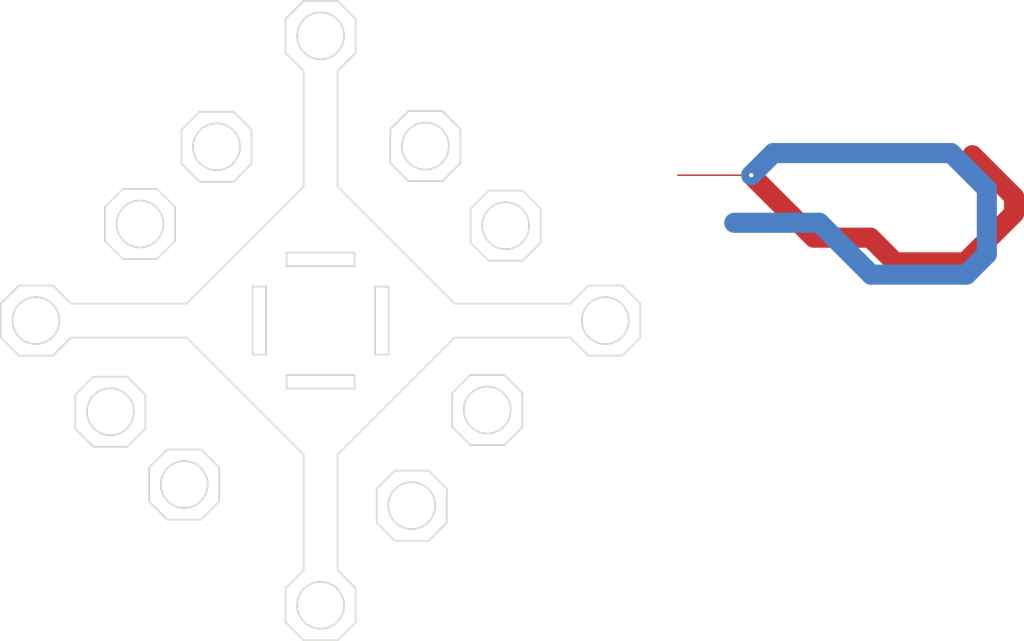
<source format=kicad_pcb>
(kicad_pcb (version 20171130) (host pcbnew "(5.1.6)-1")

  (general
    (thickness 1.6002)
    (drawings 146)
    (tracks 17)
    (zones 0)
    (modules 0)
    (nets 1)
  )

  (page A4)
  (title_block
    (title "KEMER KONTROL")
    (date "22 mar 2019")
    (company "KOLTEST LTD.")
  )

  (layers
    (0 Top signal)
    (1 Inner1 signal)
    (2 Inner2 signal)
    (31 Bottom signal)
    (32 B.Adhes user)
    (33 F.Adhes user)
    (34 B.Paste user)
    (35 F.Paste user)
    (36 B.SilkS user)
    (37 F.SilkS user)
    (38 B.Mask user)
    (39 F.Mask user)
    (40 Dwgs.User user)
    (41 Cmts.User user)
    (42 Eco1.User user)
    (43 Eco2.User user)
    (44 Edge.Cuts user)
    (45 Margin user)
    (46 B.CrtYd user)
    (47 F.CrtYd user)
  )

  (setup
    (last_trace_width 0.2032)
    (user_trace_width 0.254)
    (user_trace_width 0.39878)
    (user_trace_width 0.50038)
    (user_trace_width 0.59944)
    (user_trace_width 0.7)
    (user_trace_width 0.8)
    (user_trace_width 0.9)
    (user_trace_width 1)
    (user_trace_width 1.3)
    (user_trace_width 1.5)
    (user_trace_width 1.8)
    (user_trace_width 2)
    (user_trace_width 2.5)
    (user_trace_width 3)
    (trace_clearance 0.19)
    (zone_clearance 0.6)
    (zone_45_only yes)
    (trace_min 0.2032)
    (via_size 0.889)
    (via_drill 0.635)
    (via_min_size 0.5)
    (via_min_drill 0.25)
    (user_via 0.6 0.3)
    (user_via 0.8 0.4)
    (user_via 1.00076 0.50038)
    (user_via 1.00076 0.59944)
    (user_via 1.1 0.59944)
    (user_via 1.19888 0.59944)
    (user_via 1.3 0.59944)
    (user_via 1.5 0.7)
    (user_via 1.8 1)
    (user_via 2 1)
    (user_via 2.4 1.2)
    (uvia_size 0.508)
    (uvia_drill 0.127)
    (uvias_allowed no)
    (uvia_min_size 0.508)
    (uvia_min_drill 0.127)
    (edge_width 0.254)
    (segment_width 0.254)
    (pcb_text_width 0.3048)
    (pcb_text_size 1.524 2.032)
    (mod_edge_width 0.254)
    (mod_text_size 1 1)
    (mod_text_width 0.19)
    (pad_size 3.6576 2.032)
    (pad_drill 0)
    (pad_to_mask_clearance 0.254)
    (aux_axis_origin 95.4659 60.4393)
    (grid_origin 195.7959 84.9503)
    (visible_elements 7FFDFF7F)
    (pcbplotparams
      (layerselection 0x01000_7ffffff8)
      (usegerberextensions true)
      (usegerberattributes false)
      (usegerberadvancedattributes false)
      (creategerberjobfile false)
      (excludeedgelayer true)
      (linewidth 0.150000)
      (plotframeref false)
      (viasonmask false)
      (mode 1)
      (useauxorigin true)
      (hpglpennumber 1)
      (hpglpenspeed 20)
      (hpglpendiameter 15.000000)
      (psnegative false)
      (psa4output false)
      (plotreference true)
      (plotvalue false)
      (plotinvisibletext false)
      (padsonsilk false)
      (subtractmaskfromsilk false)
      (outputformat 1)
      (mirror false)
      (drillshape 0)
      (scaleselection 1)
      (outputdirectory "Quad_GRB/"))
  )

  (net 0 "")

  (net_class Default "This is the default net class."
    (clearance 0.19)
    (trace_width 0.2032)
    (via_dia 0.889)
    (via_drill 0.635)
    (uvia_dia 0.508)
    (uvia_drill 0.127)
    (diff_pair_width 0.21)
    (diff_pair_gap 0.25)
  )

  (gr_line (start 190.5635 39.890702) (end 190.5635 44.970699) (layer Edge.Cuts) (width 0.254) (tstamp 5EC678BE))
  (gr_line (start 195.7959 37.8587) (end 195.7959 51.0159) (layer Dwgs.User) (width 0.15) (tstamp 5EC678BD))
  (gr_line (start 193.255901 37.198301) (end 190.5635 39.890702) (layer Edge.Cuts) (width 0.254) (tstamp 5EC678BC))
  (gr_line (start 201.028299 39.890701) (end 198.335898 37.1983) (layer Edge.Cuts) (width 0.254) (tstamp 5EC678BB))
  (gr_line (start 201.5871 42.4307) (end 189.4967 42.4307) (layer Dwgs.User) (width 0.15) (tstamp 5EC678BA))
  (gr_line (start 198.335899 47.663099) (end 201.0283 44.970698) (layer Edge.Cuts) (width 0.254) (tstamp 5EC678B9))
  (gr_circle (center 195.7959 42.4307) (end 199.3011 42.4307) (layer Edge.Cuts) (width 0.254) (tstamp 5EC678B8))
  (gr_line (start 198.335898 37.1983) (end 193.255901 37.1983) (layer Edge.Cuts) (width 0.254) (tstamp 5EC678B7))
  (gr_line (start 201.028299 39.890701) (end 201.028299 44.970698) (layer Edge.Cuts) (width 0.254) (tstamp 5EC678B6))
  (gr_line (start 190.563501 44.970699) (end 193.255902 47.6631) (layer Edge.Cuts) (width 0.254) (tstamp 5EC678B5))
  (gr_line (start 193.2559 42.4307) (end 193.2559 74.2315) (layer Dwgs.User) (width 0.15) (tstamp 5EC678B4))
  (gr_line (start 240.855498 79.7179) (end 235.775501 79.7179) (layer Edge.Cuts) (width 0.254) (tstamp 5EC678BE))
  (gr_line (start 242.8875 84.9503) (end 229.7303 84.9503) (layer Dwgs.User) (width 0.15) (tstamp 5EC678BD))
  (gr_line (start 243.547899 82.410301) (end 240.855498 79.7179) (layer Edge.Cuts) (width 0.254) (tstamp 5EC678BC))
  (gr_line (start 240.855499 90.182699) (end 243.5479 87.490298) (layer Edge.Cuts) (width 0.254) (tstamp 5EC678BB))
  (gr_line (start 238.3155 90.7415) (end 238.3155 78.6511) (layer Dwgs.User) (width 0.15) (tstamp 5EC678BA))
  (gr_line (start 233.083101 87.490299) (end 235.775502 90.1827) (layer Edge.Cuts) (width 0.254) (tstamp 5EC678B9))
  (gr_circle (center 238.3155 84.9503) (end 238.3155 88.4555) (layer Edge.Cuts) (width 0.254) (tstamp 5EC678B8))
  (gr_line (start 243.5479 87.490298) (end 243.5479 82.410301) (layer Edge.Cuts) (width 0.254) (tstamp 5EC678B7))
  (gr_line (start 240.855499 90.182699) (end 235.775502 90.182699) (layer Edge.Cuts) (width 0.254) (tstamp 5EC678B6))
  (gr_line (start 235.775501 79.717901) (end 233.0831 82.410302) (layer Edge.Cuts) (width 0.254) (tstamp 5EC678B5))
  (gr_line (start 238.3155 82.4103) (end 206.5147 82.4103) (layer Dwgs.User) (width 0.15) (tstamp 5EC678B4))
  (gr_line (start 201.0283 130.009898) (end 201.0283 124.929901) (layer Edge.Cuts) (width 0.254) (tstamp 5EC678BE))
  (gr_line (start 195.7959 132.0419) (end 195.7959 118.8847) (layer Dwgs.User) (width 0.15) (tstamp 5EC678BD))
  (gr_line (start 198.335899 132.702299) (end 201.0283 130.009898) (layer Edge.Cuts) (width 0.254) (tstamp 5EC678BC))
  (gr_line (start 190.563501 130.009899) (end 193.255902 132.7023) (layer Edge.Cuts) (width 0.254) (tstamp 5EC678BB))
  (gr_line (start 190.0047 127.4699) (end 202.0951 127.4699) (layer Dwgs.User) (width 0.15) (tstamp 5EC678BA))
  (gr_line (start 193.255901 122.237501) (end 190.5635 124.929902) (layer Edge.Cuts) (width 0.254) (tstamp 5EC678B9))
  (gr_circle (center 195.7959 127.4699) (end 192.2907 127.4699) (layer Edge.Cuts) (width 0.254) (tstamp 5EC678B8))
  (gr_line (start 193.255902 132.7023) (end 198.335899 132.7023) (layer Edge.Cuts) (width 0.254) (tstamp 5EC678B7))
  (gr_line (start 190.563501 130.009899) (end 190.563501 124.929902) (layer Edge.Cuts) (width 0.254) (tstamp 5EC678B6))
  (gr_line (start 201.028299 124.929901) (end 198.335898 122.2375) (layer Edge.Cuts) (width 0.254) (tstamp 5EC678B5))
  (gr_line (start 198.3359 127.4699) (end 198.3359 95.6691) (layer Dwgs.User) (width 0.15) (tstamp 5EC678B4))
  (gr_line (start 177.711102 64.2239) (end 182.791099 64.2239) (layer Edge.Cuts) (width 0.254) (tstamp 5EC67844))
  (gr_line (start 182.791099 64.223899) (end 185.4835 61.531498) (layer Edge.Cuts) (width 0.254) (tstamp 5EC67843))
  (gr_line (start 175.0187 56.451502) (end 175.0187 61.531499) (layer Edge.Cuts) (width 0.254) (tstamp 5EC67842))
  (gr_line (start 185.4835 61.531498) (end 185.4835 56.451501) (layer Edge.Cuts) (width 0.254) (tstamp 5EC67841))
  (gr_line (start 185.483499 56.451501) (end 182.791098 53.7591) (layer Edge.Cuts) (width 0.254) (tstamp 5EC67840))
  (gr_line (start 175.018701 61.531499) (end 177.711102 64.2239) (layer Edge.Cuts) (width 0.254) (tstamp 5EC6783F))
  (gr_line (start 177.711101 53.759101) (end 175.0187 56.451502) (layer Edge.Cuts) (width 0.254) (tstamp 5EC6783E))
  (gr_line (start 177.711101 53.759101) (end 182.791098 53.759101) (layer Edge.Cuts) (width 0.254) (tstamp 5EC6783D))
  (gr_circle (center 180.2511 58.9915) (end 180.2511 55.4863) (layer Edge.Cuts) (width 0.254) (tstamp 5EC6783C))
  (gr_line (start 166.281102 75.7555) (end 171.361099 75.7555) (layer Edge.Cuts) (width 0.254) (tstamp 5EC67844))
  (gr_line (start 171.361099 75.755499) (end 174.0535 73.063098) (layer Edge.Cuts) (width 0.254) (tstamp 5EC67843))
  (gr_line (start 163.5887 67.983102) (end 163.5887 73.063099) (layer Edge.Cuts) (width 0.254) (tstamp 5EC67842))
  (gr_line (start 174.0535 73.063098) (end 174.0535 67.983101) (layer Edge.Cuts) (width 0.254) (tstamp 5EC67841))
  (gr_line (start 174.053499 67.983101) (end 171.361098 65.2907) (layer Edge.Cuts) (width 0.254) (tstamp 5EC67840))
  (gr_line (start 163.588701 73.063099) (end 166.281102 75.7555) (layer Edge.Cuts) (width 0.254) (tstamp 5EC6783F))
  (gr_line (start 166.281101 65.290701) (end 163.5887 67.983102) (layer Edge.Cuts) (width 0.254) (tstamp 5EC6783E))
  (gr_line (start 166.281101 65.290701) (end 171.361098 65.290701) (layer Edge.Cuts) (width 0.254) (tstamp 5EC6783D))
  (gr_circle (center 168.8211 70.5231) (end 168.8211 67.0179) (layer Edge.Cuts) (width 0.254) (tstamp 5EC6783C))
  (gr_line (start 208.902302 64.1223) (end 213.982299 64.1223) (layer Edge.Cuts) (width 0.254) (tstamp 5EC67844))
  (gr_line (start 213.982299 64.122299) (end 216.6747 61.429898) (layer Edge.Cuts) (width 0.254) (tstamp 5EC67843))
  (gr_line (start 206.2099 56.349902) (end 206.2099 61.429899) (layer Edge.Cuts) (width 0.254) (tstamp 5EC67842))
  (gr_line (start 216.6747 61.429898) (end 216.6747 56.349901) (layer Edge.Cuts) (width 0.254) (tstamp 5EC67841))
  (gr_line (start 216.674699 56.349901) (end 213.982298 53.6575) (layer Edge.Cuts) (width 0.254) (tstamp 5EC67840))
  (gr_line (start 206.209901 61.429899) (end 208.902302 64.1223) (layer Edge.Cuts) (width 0.254) (tstamp 5EC6783F))
  (gr_line (start 208.902301 53.657501) (end 206.2099 56.349902) (layer Edge.Cuts) (width 0.254) (tstamp 5EC6783E))
  (gr_line (start 208.902301 53.657501) (end 213.982298 53.657501) (layer Edge.Cuts) (width 0.254) (tstamp 5EC6783D))
  (gr_circle (center 211.4423 58.8899) (end 211.4423 55.3847) (layer Edge.Cuts) (width 0.254) (tstamp 5EC6783C))
  (gr_line (start 220.891102 76.0095) (end 225.971099 76.0095) (layer Edge.Cuts) (width 0.254) (tstamp 5EC67844))
  (gr_line (start 225.971099 76.009499) (end 228.6635 73.317098) (layer Edge.Cuts) (width 0.254) (tstamp 5EC67843))
  (gr_line (start 218.1987 68.237102) (end 218.1987 73.317099) (layer Edge.Cuts) (width 0.254) (tstamp 5EC67842))
  (gr_line (start 228.6635 73.317098) (end 228.6635 68.237101) (layer Edge.Cuts) (width 0.254) (tstamp 5EC67841))
  (gr_line (start 228.663499 68.237101) (end 225.971098 65.5447) (layer Edge.Cuts) (width 0.254) (tstamp 5EC67840))
  (gr_line (start 218.198701 73.317099) (end 220.891102 76.0095) (layer Edge.Cuts) (width 0.254) (tstamp 5EC6783F))
  (gr_line (start 220.891101 65.544701) (end 218.1987 68.237102) (layer Edge.Cuts) (width 0.254) (tstamp 5EC6783E))
  (gr_line (start 220.891101 65.544701) (end 225.971098 65.544701) (layer Edge.Cuts) (width 0.254) (tstamp 5EC6783D))
  (gr_circle (center 223.4311 70.7771) (end 223.4311 67.2719) (layer Edge.Cuts) (width 0.254) (tstamp 5EC6783C))
  (gr_line (start 218.147902 103.5431) (end 223.227899 103.5431) (layer Edge.Cuts) (width 0.254) (tstamp 5EC67844))
  (gr_line (start 223.227899 103.543099) (end 225.9203 100.850698) (layer Edge.Cuts) (width 0.254) (tstamp 5EC67843))
  (gr_line (start 215.4555 95.770702) (end 215.4555 100.850699) (layer Edge.Cuts) (width 0.254) (tstamp 5EC67842))
  (gr_line (start 225.9203 100.850698) (end 225.9203 95.770701) (layer Edge.Cuts) (width 0.254) (tstamp 5EC67841))
  (gr_line (start 225.920299 95.770701) (end 223.227898 93.0783) (layer Edge.Cuts) (width 0.254) (tstamp 5EC67840))
  (gr_line (start 215.455501 100.850699) (end 218.147902 103.5431) (layer Edge.Cuts) (width 0.254) (tstamp 5EC6783F))
  (gr_line (start 218.147901 93.078301) (end 215.4555 95.770702) (layer Edge.Cuts) (width 0.254) (tstamp 5EC6783E))
  (gr_line (start 218.147901 93.078301) (end 223.227898 93.078301) (layer Edge.Cuts) (width 0.254) (tstamp 5EC6783D))
  (gr_circle (center 220.6879 98.3107) (end 220.6879 94.8055) (layer Edge.Cuts) (width 0.254) (tstamp 5EC6783C))
  (gr_line (start 206.870302 117.8179) (end 211.950299 117.8179) (layer Edge.Cuts) (width 0.254) (tstamp 5EC67844))
  (gr_line (start 211.950299 117.817899) (end 214.6427 115.125498) (layer Edge.Cuts) (width 0.254) (tstamp 5EC67843))
  (gr_line (start 204.1779 110.045502) (end 204.1779 115.125499) (layer Edge.Cuts) (width 0.254) (tstamp 5EC67842))
  (gr_line (start 214.6427 115.125498) (end 214.6427 110.045501) (layer Edge.Cuts) (width 0.254) (tstamp 5EC67841))
  (gr_line (start 214.642699 110.045501) (end 211.950298 107.3531) (layer Edge.Cuts) (width 0.254) (tstamp 5EC67840))
  (gr_line (start 204.177901 115.125499) (end 206.870302 117.8179) (layer Edge.Cuts) (width 0.254) (tstamp 5EC6783F))
  (gr_line (start 206.870301 107.353101) (end 204.1779 110.045502) (layer Edge.Cuts) (width 0.254) (tstamp 5EC6783E))
  (gr_line (start 206.870301 107.353101) (end 211.950298 107.353101) (layer Edge.Cuts) (width 0.254) (tstamp 5EC6783D))
  (gr_circle (center 209.4103 112.5855) (end 209.4103 109.0803) (layer Edge.Cuts) (width 0.254) (tstamp 5EC6783C))
  (gr_line (start 172.885102 114.6683) (end 177.965099 114.6683) (layer Edge.Cuts) (width 0.254) (tstamp 5EC67844))
  (gr_line (start 177.965099 114.668299) (end 180.6575 111.975898) (layer Edge.Cuts) (width 0.254) (tstamp 5EC67843))
  (gr_line (start 170.1927 106.895902) (end 170.1927 111.975899) (layer Edge.Cuts) (width 0.254) (tstamp 5EC67842))
  (gr_line (start 180.6575 111.975898) (end 180.6575 106.895901) (layer Edge.Cuts) (width 0.254) (tstamp 5EC67841))
  (gr_line (start 180.657499 106.895901) (end 177.965098 104.2035) (layer Edge.Cuts) (width 0.254) (tstamp 5EC67840))
  (gr_line (start 170.192701 111.975899) (end 172.885102 114.6683) (layer Edge.Cuts) (width 0.254) (tstamp 5EC6783F))
  (gr_line (start 172.885101 104.203501) (end 170.1927 106.895902) (layer Edge.Cuts) (width 0.254) (tstamp 5EC6783E))
  (gr_line (start 172.885101 104.203501) (end 177.965098 104.203501) (layer Edge.Cuts) (width 0.254) (tstamp 5EC6783D))
  (gr_circle (center 175.4251 109.4359) (end 175.4251 105.9307) (layer Edge.Cuts) (width 0.254) (tstamp 5EC6783C))
  (gr_line (start 161.861502 103.7971) (end 166.941499 103.7971) (layer Edge.Cuts) (width 0.254) (tstamp 5EC6781A))
  (gr_line (start 169.6339 101.104698) (end 169.6339 96.024701) (layer Edge.Cuts) (width 0.254) (tstamp 5EC67819))
  (gr_line (start 159.169101 101.104699) (end 161.861502 103.7971) (layer Edge.Cuts) (width 0.254) (tstamp 5EC67817))
  (gr_line (start 161.861501 93.332301) (end 159.1691 96.024702) (layer Edge.Cuts) (width 0.254) (tstamp 5EC67816))
  (gr_line (start 169.633899 96.024701) (end 166.941498 93.3323) (layer Edge.Cuts) (width 0.254) (tstamp 5EC67814))
  (gr_circle (center 164.4015 98.5647) (end 164.4015 95.0595) (layer Edge.Cuts) (width 0.254) (tstamp 5EC67813))
  (gr_line (start 159.1691 96.024702) (end 159.1691 101.104699) (layer Edge.Cuts) (width 0.254) (tstamp 5EC67812))
  (gr_line (start 161.861501 93.332301) (end 166.941498 93.332301) (layer Edge.Cuts) (width 0.254) (tstamp 5EC67811))
  (gr_line (start 166.941499 103.797099) (end 169.6339 101.104698) (layer Edge.Cuts) (width 0.254) (tstamp 5EC67810))
  (gr_line (start 150.736302 90.1827) (end 155.816299 90.1827) (layer Edge.Cuts) (width 0.254) (tstamp 5EC677EF))
  (gr_line (start 148.0439 82.410302) (end 148.0439 87.490299) (layer Edge.Cuts) (width 0.254) (tstamp 5EC677E8))
  (gr_line (start 150.736301 79.717901) (end 155.816298 79.717901) (layer Edge.Cuts) (width 0.254) (tstamp 5EC677E0))
  (gr_line (start 155.816299 90.182699) (end 158.5087 87.490298) (layer Edge.Cuts) (width 0.254) (tstamp 5EC677CF))
  (gr_line (start 148.043901 87.490299) (end 150.736302 90.1827) (layer Edge.Cuts) (width 0.254) (tstamp 5EC677CF))
  (gr_line (start 150.736301 79.717901) (end 148.0439 82.410302) (layer Edge.Cuts) (width 0.254) (tstamp 5EC677CF))
  (gr_line (start 158.508699 82.410301) (end 155.816298 79.7179) (layer Edge.Cuts) (width 0.254))
  (gr_line (start 193.2559 47.663099) (end 193.2559 64.9351) (layer Edge.Cuts) (width 0.254) (tstamp 5EC67386))
  (gr_line (start 198.335899 47.663099) (end 198.335899 64.9351) (layer Edge.Cuts) (width 0.254) (tstamp 5EC6737B))
  (gr_line (start 233.083101 82.4103) (end 215.8111 82.4103) (layer Edge.Cuts) (width 0.254) (tstamp 5EC67374))
  (gr_line (start 233.083101 87.490299) (end 215.8111 87.490299) (layer Edge.Cuts) (width 0.254) (tstamp 5EC6736C))
  (gr_line (start 198.3359 122.237501) (end 198.3359 104.9655) (layer Edge.Cuts) (width 0.254) (tstamp 5EC67364))
  (gr_line (start 193.255901 122.237501) (end 193.255901 104.9655) (layer Edge.Cuts) (width 0.254) (tstamp 5EC6735D))
  (gr_line (start 158.508699 82.410301) (end 175.7807 82.410301) (layer Edge.Cuts) (width 0.254) (tstamp 5EC67347))
  (gr_line (start 158.508699 87.4903) (end 175.7807 87.4903) (layer Edge.Cuts) (width 0.254) (tstamp 5EC67339))
  (gr_line (start 190.7159 74.7903) (end 200.8759 74.7903) (layer Edge.Cuts) (width 0.254) (tstamp 5EC66FF7))
  (gr_line (start 190.7159 76.8223) (end 190.7159 74.7903) (layer Edge.Cuts) (width 0.254) (tstamp 5EC66FF6))
  (gr_line (start 200.8759 76.8223) (end 190.7159 76.8223) (layer Edge.Cuts) (width 0.254) (tstamp 5EC66FF5))
  (gr_line (start 200.8759 74.7903) (end 200.8759 76.8223) (layer Edge.Cuts) (width 0.254) (tstamp 5EC66FF4))
  (gr_line (start 205.9559 79.8703) (end 205.9559 90.0303) (layer Edge.Cuts) (width 0.254) (tstamp 5EC66FF7))
  (gr_line (start 203.9239 79.8703) (end 205.9559 79.8703) (layer Edge.Cuts) (width 0.254) (tstamp 5EC66FF6))
  (gr_line (start 203.9239 90.0303) (end 203.9239 79.8703) (layer Edge.Cuts) (width 0.254) (tstamp 5EC66FF5))
  (gr_line (start 205.9559 90.0303) (end 203.9239 90.0303) (layer Edge.Cuts) (width 0.254) (tstamp 5EC66FF4))
  (gr_line (start 200.8759 95.1103) (end 190.7159 95.1103) (layer Edge.Cuts) (width 0.254) (tstamp 5EC66FF7))
  (gr_line (start 200.8759 93.0783) (end 200.8759 95.1103) (layer Edge.Cuts) (width 0.254) (tstamp 5EC66FF6))
  (gr_line (start 190.7159 93.0783) (end 200.8759 93.0783) (layer Edge.Cuts) (width 0.254) (tstamp 5EC66FF5))
  (gr_line (start 190.7159 95.1103) (end 190.7159 93.0783) (layer Edge.Cuts) (width 0.254) (tstamp 5EC66FF4))
  (gr_line (start 185.6359 90.0303) (end 185.6359 79.8703) (layer Edge.Cuts) (width 0.254) (tstamp 5EC66FE7))
  (gr_line (start 187.6679 90.0303) (end 185.6359 90.0303) (layer Edge.Cuts) (width 0.254))
  (gr_line (start 187.6679 79.8703) (end 187.6679 90.0303) (layer Edge.Cuts) (width 0.254))
  (gr_line (start 185.6359 79.8703) (end 187.6679 79.8703) (layer Edge.Cuts) (width 0.254))
  (gr_line (start 198.3359 64.9351) (end 215.8111 82.4103) (layer Edge.Cuts) (width 0.254) (tstamp 5EC66FA4))
  (gr_line (start 215.8111 87.4903) (end 198.3359 104.9655) (layer Edge.Cuts) (width 0.254) (tstamp 5EC66FA4))
  (gr_line (start 193.2559 104.9655) (end 175.7807 87.4903) (layer Edge.Cuts) (width 0.254) (tstamp 5EC66FA4))
  (gr_line (start 175.7807 82.4103) (end 193.2559 64.9351) (layer Edge.Cuts) (width 0.254))
  (gr_line (start 153.2763 87.4903) (end 185.0771 87.4903) (layer Dwgs.User) (width 0.15))
  (gr_circle (center 153.2763 84.9503) (end 153.2763 81.4451) (layer Edge.Cuts) (width 0.254))
  (gr_line (start 148.7043 84.9503) (end 161.8615 84.9503) (layer Dwgs.User) (width 0.15) (tstamp 5EC66CC2))
  (gr_line (start 153.2763 79.1591) (end 153.2763 91.2495) (layer Dwgs.User) (width 0.15) (tstamp 5EC66CC1))
  (gr_line (start 195.4911 84.9503) (end 196.3039 84.9503) (layer Dwgs.User) (width 0.15))
  (gr_line (start 195.7959 84.8487) (end 195.7959 85.3059) (layer Dwgs.User) (width 0.15))

  (segment (start 249.1359 63.2333) (end 260.1214 63.2333) (width 0.2032) (layer Top) (net 0))
  (segment (start 260.1214 63.2333) (end 269.4559 72.5678) (width 3) (layer Top) (net 0))
  (segment (start 269.4559 72.5678) (end 277.9014 72.5678) (width 3) (layer Top) (net 0))
  (segment (start 277.9014 72.5678) (end 281.5844 76.2508) (width 3) (layer Top) (net 0))
  (segment (start 281.5844 76.2508) (end 292.0619 76.2508) (width 3) (layer Top) (net 0))
  (segment (start 292.0619 76.2508) (end 299.3644 68.9483) (width 3) (layer Top) (net 0))
  (segment (start 299.3644 68.9483) (end 299.3644 66.4718) (width 3) (layer Top) (net 0))
  (segment (start 299.3644 66.4718) (end 293.1414 60.2488) (width 3) (layer Top) (net 0))
  (segment (start 257.5814 70.3453) (end 270.2814 70.3453) (width 3) (layer Bottom) (net 0))
  (segment (start 270.2814 70.3453) (end 278.0284 78.0923) (width 3) (layer Bottom) (net 0))
  (segment (start 278.0284 78.0923) (end 292.2524 78.0923) (width 3) (layer Bottom) (net 0))
  (segment (start 292.2524 78.0923) (end 295.3004 75.0443) (width 3) (layer Bottom) (net 0))
  (segment (start 295.3004 75.0443) (end 295.3004 65.2653) (width 3) (layer Bottom) (net 0))
  (segment (start 295.3004 65.2653) (end 289.9664 59.9313) (width 3) (layer Bottom) (net 0))
  (segment (start 289.9664 59.9313) (end 263.4234 59.9313) (width 3) (layer Bottom) (net 0))
  (via (at 260.1214 63.2333) (size 0.889) (drill 0.635) (layers Top Bottom) (net 0))
  (segment (start 263.4234 59.9313) (end 260.1214 63.2333) (width 3) (layer Bottom) (net 0))

)

</source>
